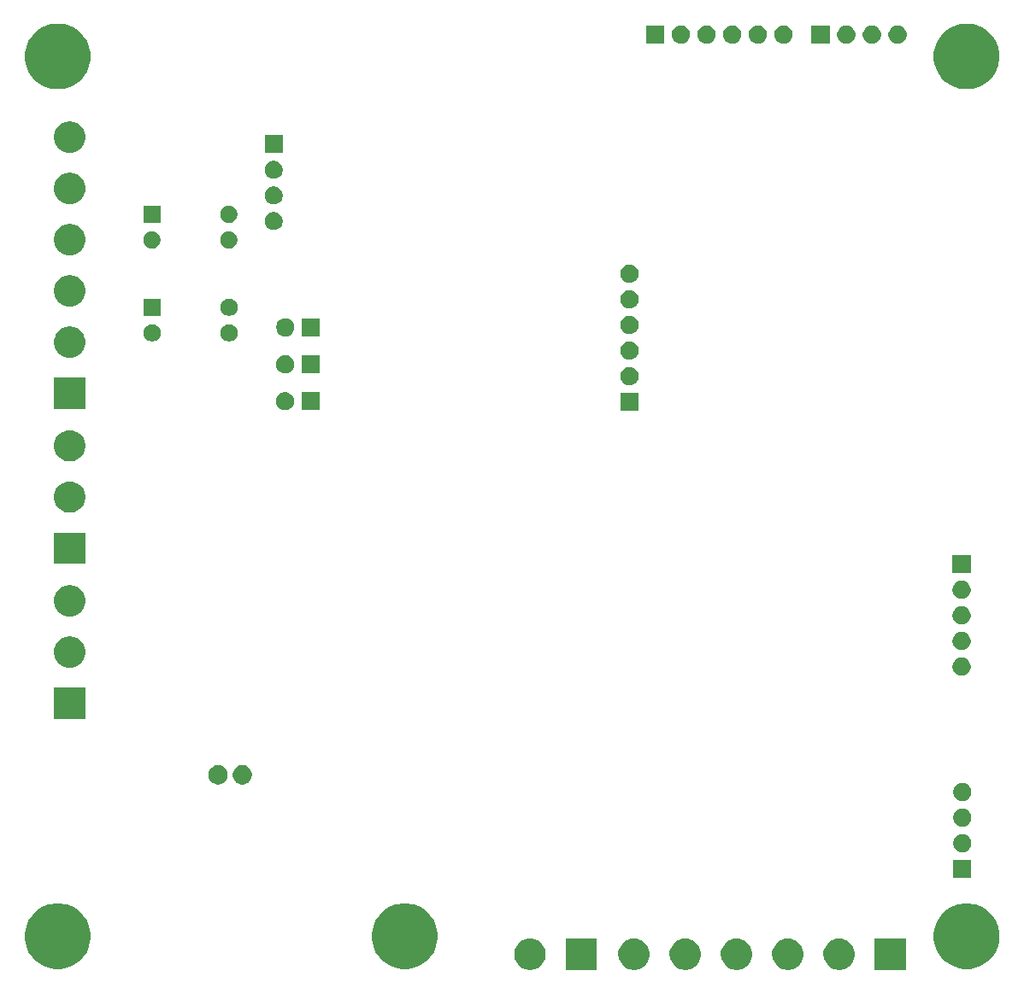
<source format=gbr>
G04 #@! TF.GenerationSoftware,KiCad,Pcbnew,(5.1.5)-3*
G04 #@! TF.CreationDate,2020-07-15T20:50:45-05:00*
G04 #@! TF.ProjectId,MaquinaCovid,4d617175-696e-4614-936f-7669642e6b69,rev?*
G04 #@! TF.SameCoordinates,Original*
G04 #@! TF.FileFunction,Soldermask,Bot*
G04 #@! TF.FilePolarity,Negative*
%FSLAX46Y46*%
G04 Gerber Fmt 4.6, Leading zero omitted, Abs format (unit mm)*
G04 Created by KiCad (PCBNEW (5.1.5)-3) date 2020-07-15 20:50:45*
%MOMM*%
%LPD*%
G04 APERTURE LIST*
%ADD10C,0.100000*%
G04 APERTURE END LIST*
D10*
G36*
X153318000Y-130508000D02*
G01*
X150216000Y-130508000D01*
X150216000Y-127406000D01*
X153318000Y-127406000D01*
X153318000Y-130508000D01*
G37*
G36*
X146989585Y-127435802D02*
G01*
X147139410Y-127465604D01*
X147421674Y-127582521D01*
X147675705Y-127752259D01*
X147891741Y-127968295D01*
X148061479Y-128222326D01*
X148178396Y-128504590D01*
X148194502Y-128585560D01*
X148237006Y-128799240D01*
X148238000Y-128804240D01*
X148238000Y-129109760D01*
X148178396Y-129409410D01*
X148061479Y-129691674D01*
X147891741Y-129945705D01*
X147675705Y-130161741D01*
X147421674Y-130331479D01*
X147139410Y-130448396D01*
X146989585Y-130478198D01*
X146839761Y-130508000D01*
X146534239Y-130508000D01*
X146384415Y-130478198D01*
X146234590Y-130448396D01*
X145952326Y-130331479D01*
X145698295Y-130161741D01*
X145482259Y-129945705D01*
X145312521Y-129691674D01*
X145195604Y-129409410D01*
X145136000Y-129109760D01*
X145136000Y-128804240D01*
X145136995Y-128799240D01*
X145179498Y-128585560D01*
X145195604Y-128504590D01*
X145312521Y-128222326D01*
X145482259Y-127968295D01*
X145698295Y-127752259D01*
X145952326Y-127582521D01*
X146234590Y-127465604D01*
X146384415Y-127435802D01*
X146534239Y-127406000D01*
X146839761Y-127406000D01*
X146989585Y-127435802D01*
G37*
G36*
X162387585Y-127430802D02*
G01*
X162537410Y-127460604D01*
X162819674Y-127577521D01*
X163073705Y-127747259D01*
X163289741Y-127963295D01*
X163459479Y-128217326D01*
X163576396Y-128499590D01*
X163577391Y-128504591D01*
X163636000Y-128799239D01*
X163636000Y-129104761D01*
X163624902Y-129160552D01*
X163576396Y-129404410D01*
X163459479Y-129686674D01*
X163289741Y-129940705D01*
X163073705Y-130156741D01*
X162819674Y-130326479D01*
X162537410Y-130443396D01*
X162387585Y-130473198D01*
X162237761Y-130503000D01*
X161932239Y-130503000D01*
X161782415Y-130473198D01*
X161632590Y-130443396D01*
X161350326Y-130326479D01*
X161096295Y-130156741D01*
X160880259Y-129940705D01*
X160710521Y-129686674D01*
X160593604Y-129404410D01*
X160545098Y-129160552D01*
X160534000Y-129104761D01*
X160534000Y-128799239D01*
X160592609Y-128504591D01*
X160593604Y-128499590D01*
X160710521Y-128217326D01*
X160880259Y-127963295D01*
X161096295Y-127747259D01*
X161350326Y-127577521D01*
X161632590Y-127460604D01*
X161782415Y-127430802D01*
X161932239Y-127401000D01*
X162237761Y-127401000D01*
X162387585Y-127430802D01*
G37*
G36*
X157307585Y-127430802D02*
G01*
X157457410Y-127460604D01*
X157739674Y-127577521D01*
X157993705Y-127747259D01*
X158209741Y-127963295D01*
X158379479Y-128217326D01*
X158496396Y-128499590D01*
X158497391Y-128504591D01*
X158556000Y-128799239D01*
X158556000Y-129104761D01*
X158544902Y-129160552D01*
X158496396Y-129404410D01*
X158379479Y-129686674D01*
X158209741Y-129940705D01*
X157993705Y-130156741D01*
X157739674Y-130326479D01*
X157457410Y-130443396D01*
X157307585Y-130473198D01*
X157157761Y-130503000D01*
X156852239Y-130503000D01*
X156702415Y-130473198D01*
X156552590Y-130443396D01*
X156270326Y-130326479D01*
X156016295Y-130156741D01*
X155800259Y-129940705D01*
X155630521Y-129686674D01*
X155513604Y-129404410D01*
X155465098Y-129160552D01*
X155454000Y-129104761D01*
X155454000Y-128799239D01*
X155512609Y-128504591D01*
X155513604Y-128499590D01*
X155630521Y-128217326D01*
X155800259Y-127963295D01*
X156016295Y-127747259D01*
X156270326Y-127577521D01*
X156552590Y-127460604D01*
X156702415Y-127430802D01*
X156852239Y-127401000D01*
X157157761Y-127401000D01*
X157307585Y-127430802D01*
G37*
G36*
X177627585Y-127430802D02*
G01*
X177777410Y-127460604D01*
X178059674Y-127577521D01*
X178313705Y-127747259D01*
X178529741Y-127963295D01*
X178699479Y-128217326D01*
X178816396Y-128499590D01*
X178817391Y-128504591D01*
X178876000Y-128799239D01*
X178876000Y-129104761D01*
X178864902Y-129160552D01*
X178816396Y-129404410D01*
X178699479Y-129686674D01*
X178529741Y-129940705D01*
X178313705Y-130156741D01*
X178059674Y-130326479D01*
X177777410Y-130443396D01*
X177627585Y-130473198D01*
X177477761Y-130503000D01*
X177172239Y-130503000D01*
X177022415Y-130473198D01*
X176872590Y-130443396D01*
X176590326Y-130326479D01*
X176336295Y-130156741D01*
X176120259Y-129940705D01*
X175950521Y-129686674D01*
X175833604Y-129404410D01*
X175785098Y-129160552D01*
X175774000Y-129104761D01*
X175774000Y-128799239D01*
X175832609Y-128504591D01*
X175833604Y-128499590D01*
X175950521Y-128217326D01*
X176120259Y-127963295D01*
X176336295Y-127747259D01*
X176590326Y-127577521D01*
X176872590Y-127460604D01*
X177022415Y-127430802D01*
X177172239Y-127401000D01*
X177477761Y-127401000D01*
X177627585Y-127430802D01*
G37*
G36*
X172547585Y-127430802D02*
G01*
X172697410Y-127460604D01*
X172979674Y-127577521D01*
X173233705Y-127747259D01*
X173449741Y-127963295D01*
X173619479Y-128217326D01*
X173736396Y-128499590D01*
X173737391Y-128504591D01*
X173796000Y-128799239D01*
X173796000Y-129104761D01*
X173784902Y-129160552D01*
X173736396Y-129404410D01*
X173619479Y-129686674D01*
X173449741Y-129940705D01*
X173233705Y-130156741D01*
X172979674Y-130326479D01*
X172697410Y-130443396D01*
X172547585Y-130473198D01*
X172397761Y-130503000D01*
X172092239Y-130503000D01*
X171942415Y-130473198D01*
X171792590Y-130443396D01*
X171510326Y-130326479D01*
X171256295Y-130156741D01*
X171040259Y-129940705D01*
X170870521Y-129686674D01*
X170753604Y-129404410D01*
X170705098Y-129160552D01*
X170694000Y-129104761D01*
X170694000Y-128799239D01*
X170752609Y-128504591D01*
X170753604Y-128499590D01*
X170870521Y-128217326D01*
X171040259Y-127963295D01*
X171256295Y-127747259D01*
X171510326Y-127577521D01*
X171792590Y-127460604D01*
X171942415Y-127430802D01*
X172092239Y-127401000D01*
X172397761Y-127401000D01*
X172547585Y-127430802D01*
G37*
G36*
X183956000Y-130503000D02*
G01*
X180854000Y-130503000D01*
X180854000Y-127401000D01*
X183956000Y-127401000D01*
X183956000Y-130503000D01*
G37*
G36*
X167467585Y-127430802D02*
G01*
X167617410Y-127460604D01*
X167899674Y-127577521D01*
X168153705Y-127747259D01*
X168369741Y-127963295D01*
X168539479Y-128217326D01*
X168656396Y-128499590D01*
X168657391Y-128504591D01*
X168716000Y-128799239D01*
X168716000Y-129104761D01*
X168704902Y-129160552D01*
X168656396Y-129404410D01*
X168539479Y-129686674D01*
X168369741Y-129940705D01*
X168153705Y-130156741D01*
X167899674Y-130326479D01*
X167617410Y-130443396D01*
X167467585Y-130473198D01*
X167317761Y-130503000D01*
X167012239Y-130503000D01*
X166862415Y-130473198D01*
X166712590Y-130443396D01*
X166430326Y-130326479D01*
X166176295Y-130156741D01*
X165960259Y-129940705D01*
X165790521Y-129686674D01*
X165673604Y-129404410D01*
X165625098Y-129160552D01*
X165614000Y-129104761D01*
X165614000Y-128799239D01*
X165672609Y-128504591D01*
X165673604Y-128499590D01*
X165790521Y-128217326D01*
X165960259Y-127963295D01*
X166176295Y-127747259D01*
X166430326Y-127577521D01*
X166712590Y-127460604D01*
X166862415Y-127430802D01*
X167012239Y-127401000D01*
X167317761Y-127401000D01*
X167467585Y-127430802D01*
G37*
G36*
X100550239Y-123987467D02*
G01*
X100864282Y-124049934D01*
X101455926Y-124295001D01*
X101988392Y-124650784D01*
X102441216Y-125103608D01*
X102796999Y-125636074D01*
X103042066Y-126227718D01*
X103042066Y-126227719D01*
X103167000Y-126855803D01*
X103167000Y-127496197D01*
X103117060Y-127747260D01*
X103042066Y-128124282D01*
X102796999Y-128715926D01*
X102441216Y-129248392D01*
X101988392Y-129701216D01*
X101455926Y-130056999D01*
X100864282Y-130302066D01*
X100550239Y-130364533D01*
X100236197Y-130427000D01*
X99595803Y-130427000D01*
X99281761Y-130364533D01*
X98967718Y-130302066D01*
X98376074Y-130056999D01*
X97843608Y-129701216D01*
X97390784Y-129248392D01*
X97035001Y-128715926D01*
X96789934Y-128124282D01*
X96714940Y-127747260D01*
X96665000Y-127496197D01*
X96665000Y-126855803D01*
X96789934Y-126227719D01*
X96789934Y-126227718D01*
X97035001Y-125636074D01*
X97390784Y-125103608D01*
X97843608Y-124650784D01*
X98376074Y-124295001D01*
X98967718Y-124049934D01*
X99281761Y-123987467D01*
X99595803Y-123925000D01*
X100236197Y-123925000D01*
X100550239Y-123987467D01*
G37*
G36*
X190574239Y-123987467D02*
G01*
X190888282Y-124049934D01*
X191479926Y-124295001D01*
X192012392Y-124650784D01*
X192465216Y-125103608D01*
X192820999Y-125636074D01*
X193066066Y-126227718D01*
X193066066Y-126227719D01*
X193191000Y-126855803D01*
X193191000Y-127496197D01*
X193141060Y-127747260D01*
X193066066Y-128124282D01*
X192820999Y-128715926D01*
X192465216Y-129248392D01*
X192012392Y-129701216D01*
X191479926Y-130056999D01*
X190888282Y-130302066D01*
X190574239Y-130364533D01*
X190260197Y-130427000D01*
X189619803Y-130427000D01*
X189305761Y-130364533D01*
X188991718Y-130302066D01*
X188400074Y-130056999D01*
X187867608Y-129701216D01*
X187414784Y-129248392D01*
X187059001Y-128715926D01*
X186813934Y-128124282D01*
X186738940Y-127747260D01*
X186689000Y-127496197D01*
X186689000Y-126855803D01*
X186813934Y-126227719D01*
X186813934Y-126227718D01*
X187059001Y-125636074D01*
X187414784Y-125103608D01*
X187867608Y-124650784D01*
X188400074Y-124295001D01*
X188991718Y-124049934D01*
X189305761Y-123987467D01*
X189619803Y-123925000D01*
X190260197Y-123925000D01*
X190574239Y-123987467D01*
G37*
G36*
X134924239Y-123987467D02*
G01*
X135238282Y-124049934D01*
X135829926Y-124295001D01*
X136362392Y-124650784D01*
X136815216Y-125103608D01*
X137170999Y-125636074D01*
X137416066Y-126227718D01*
X137416066Y-126227719D01*
X137541000Y-126855803D01*
X137541000Y-127496197D01*
X137491060Y-127747260D01*
X137416066Y-128124282D01*
X137170999Y-128715926D01*
X136815216Y-129248392D01*
X136362392Y-129701216D01*
X135829926Y-130056999D01*
X135238282Y-130302066D01*
X134924239Y-130364533D01*
X134610197Y-130427000D01*
X133969803Y-130427000D01*
X133655761Y-130364533D01*
X133341718Y-130302066D01*
X132750074Y-130056999D01*
X132217608Y-129701216D01*
X131764784Y-129248392D01*
X131409001Y-128715926D01*
X131163934Y-128124282D01*
X131088940Y-127747260D01*
X131039000Y-127496197D01*
X131039000Y-126855803D01*
X131163934Y-126227719D01*
X131163934Y-126227718D01*
X131409001Y-125636074D01*
X131764784Y-125103608D01*
X132217608Y-124650784D01*
X132750074Y-124295001D01*
X133341718Y-124049934D01*
X133655761Y-123987467D01*
X133969803Y-123925000D01*
X134610197Y-123925000D01*
X134924239Y-123987467D01*
G37*
G36*
X190419000Y-121400000D02*
G01*
X188617000Y-121400000D01*
X188617000Y-119598000D01*
X190419000Y-119598000D01*
X190419000Y-121400000D01*
G37*
G36*
X189631512Y-117062927D02*
G01*
X189780812Y-117092624D01*
X189944784Y-117160544D01*
X190092354Y-117259147D01*
X190217853Y-117384646D01*
X190316456Y-117532216D01*
X190384376Y-117696188D01*
X190419000Y-117870259D01*
X190419000Y-118047741D01*
X190384376Y-118221812D01*
X190316456Y-118385784D01*
X190217853Y-118533354D01*
X190092354Y-118658853D01*
X189944784Y-118757456D01*
X189780812Y-118825376D01*
X189631512Y-118855073D01*
X189606742Y-118860000D01*
X189429258Y-118860000D01*
X189404488Y-118855073D01*
X189255188Y-118825376D01*
X189091216Y-118757456D01*
X188943646Y-118658853D01*
X188818147Y-118533354D01*
X188719544Y-118385784D01*
X188651624Y-118221812D01*
X188617000Y-118047741D01*
X188617000Y-117870259D01*
X188651624Y-117696188D01*
X188719544Y-117532216D01*
X188818147Y-117384646D01*
X188943646Y-117259147D01*
X189091216Y-117160544D01*
X189255188Y-117092624D01*
X189404488Y-117062927D01*
X189429258Y-117058000D01*
X189606742Y-117058000D01*
X189631512Y-117062927D01*
G37*
G36*
X189631512Y-114522927D02*
G01*
X189780812Y-114552624D01*
X189944784Y-114620544D01*
X190092354Y-114719147D01*
X190217853Y-114844646D01*
X190316456Y-114992216D01*
X190384376Y-115156188D01*
X190419000Y-115330259D01*
X190419000Y-115507741D01*
X190384376Y-115681812D01*
X190316456Y-115845784D01*
X190217853Y-115993354D01*
X190092354Y-116118853D01*
X189944784Y-116217456D01*
X189780812Y-116285376D01*
X189631512Y-116315073D01*
X189606742Y-116320000D01*
X189429258Y-116320000D01*
X189404488Y-116315073D01*
X189255188Y-116285376D01*
X189091216Y-116217456D01*
X188943646Y-116118853D01*
X188818147Y-115993354D01*
X188719544Y-115845784D01*
X188651624Y-115681812D01*
X188617000Y-115507741D01*
X188617000Y-115330259D01*
X188651624Y-115156188D01*
X188719544Y-114992216D01*
X188818147Y-114844646D01*
X188943646Y-114719147D01*
X189091216Y-114620544D01*
X189255188Y-114552624D01*
X189404488Y-114522927D01*
X189429258Y-114518000D01*
X189606742Y-114518000D01*
X189631512Y-114522927D01*
G37*
G36*
X189631512Y-111982927D02*
G01*
X189780812Y-112012624D01*
X189944784Y-112080544D01*
X190092354Y-112179147D01*
X190217853Y-112304646D01*
X190316456Y-112452216D01*
X190384376Y-112616188D01*
X190419000Y-112790259D01*
X190419000Y-112967741D01*
X190384376Y-113141812D01*
X190316456Y-113305784D01*
X190217853Y-113453354D01*
X190092354Y-113578853D01*
X189944784Y-113677456D01*
X189780812Y-113745376D01*
X189631512Y-113775073D01*
X189606742Y-113780000D01*
X189429258Y-113780000D01*
X189404488Y-113775073D01*
X189255188Y-113745376D01*
X189091216Y-113677456D01*
X188943646Y-113578853D01*
X188818147Y-113453354D01*
X188719544Y-113305784D01*
X188651624Y-113141812D01*
X188617000Y-112967741D01*
X188617000Y-112790259D01*
X188651624Y-112616188D01*
X188719544Y-112452216D01*
X188818147Y-112304646D01*
X188943646Y-112179147D01*
X189091216Y-112080544D01*
X189255188Y-112012624D01*
X189404488Y-111982927D01*
X189429258Y-111978000D01*
X189606742Y-111978000D01*
X189631512Y-111982927D01*
G37*
G36*
X116082395Y-110257546D02*
G01*
X116255466Y-110329234D01*
X116255467Y-110329235D01*
X116411227Y-110433310D01*
X116543690Y-110565773D01*
X116543691Y-110565775D01*
X116647766Y-110721534D01*
X116719454Y-110894605D01*
X116756000Y-111078333D01*
X116756000Y-111265667D01*
X116719454Y-111449395D01*
X116647766Y-111622466D01*
X116647765Y-111622467D01*
X116543690Y-111778227D01*
X116411227Y-111910690D01*
X116332818Y-111963081D01*
X116255466Y-112014766D01*
X116082395Y-112086454D01*
X115898667Y-112123000D01*
X115711333Y-112123000D01*
X115527605Y-112086454D01*
X115354534Y-112014766D01*
X115277182Y-111963081D01*
X115198773Y-111910690D01*
X115066310Y-111778227D01*
X114962235Y-111622467D01*
X114962234Y-111622466D01*
X114890546Y-111449395D01*
X114854000Y-111265667D01*
X114854000Y-111078333D01*
X114890546Y-110894605D01*
X114962234Y-110721534D01*
X115066309Y-110565775D01*
X115066310Y-110565773D01*
X115198773Y-110433310D01*
X115354533Y-110329235D01*
X115354534Y-110329234D01*
X115527605Y-110257546D01*
X115711333Y-110221000D01*
X115898667Y-110221000D01*
X116082395Y-110257546D01*
G37*
G36*
X118482395Y-110257546D02*
G01*
X118655466Y-110329234D01*
X118655467Y-110329235D01*
X118811227Y-110433310D01*
X118943690Y-110565773D01*
X118943691Y-110565775D01*
X119047766Y-110721534D01*
X119119454Y-110894605D01*
X119156000Y-111078333D01*
X119156000Y-111265667D01*
X119119454Y-111449395D01*
X119047766Y-111622466D01*
X119047765Y-111622467D01*
X118943690Y-111778227D01*
X118811227Y-111910690D01*
X118732818Y-111963081D01*
X118655466Y-112014766D01*
X118482395Y-112086454D01*
X118298667Y-112123000D01*
X118111333Y-112123000D01*
X117927605Y-112086454D01*
X117754534Y-112014766D01*
X117677182Y-111963081D01*
X117598773Y-111910690D01*
X117466310Y-111778227D01*
X117362235Y-111622467D01*
X117362234Y-111622466D01*
X117290546Y-111449395D01*
X117254000Y-111265667D01*
X117254000Y-111078333D01*
X117290546Y-110894605D01*
X117362234Y-110721534D01*
X117466309Y-110565775D01*
X117466310Y-110565773D01*
X117598773Y-110433310D01*
X117754533Y-110329235D01*
X117754534Y-110329234D01*
X117927605Y-110257546D01*
X118111333Y-110221000D01*
X118298667Y-110221000D01*
X118482395Y-110257546D01*
G37*
G36*
X102638000Y-105635000D02*
G01*
X99536000Y-105635000D01*
X99536000Y-102533000D01*
X102638000Y-102533000D01*
X102638000Y-105635000D01*
G37*
G36*
X189555512Y-99555927D02*
G01*
X189704812Y-99585624D01*
X189868784Y-99653544D01*
X190016354Y-99752147D01*
X190141853Y-99877646D01*
X190240456Y-100025216D01*
X190308376Y-100189188D01*
X190343000Y-100363259D01*
X190343000Y-100540741D01*
X190308376Y-100714812D01*
X190240456Y-100878784D01*
X190141853Y-101026354D01*
X190016354Y-101151853D01*
X189868784Y-101250456D01*
X189704812Y-101318376D01*
X189555512Y-101348073D01*
X189530742Y-101353000D01*
X189353258Y-101353000D01*
X189328488Y-101348073D01*
X189179188Y-101318376D01*
X189015216Y-101250456D01*
X188867646Y-101151853D01*
X188742147Y-101026354D01*
X188643544Y-100878784D01*
X188575624Y-100714812D01*
X188541000Y-100540741D01*
X188541000Y-100363259D01*
X188575624Y-100189188D01*
X188643544Y-100025216D01*
X188742147Y-99877646D01*
X188867646Y-99752147D01*
X189015216Y-99653544D01*
X189179188Y-99585624D01*
X189328488Y-99555927D01*
X189353258Y-99551000D01*
X189530742Y-99551000D01*
X189555512Y-99555927D01*
G37*
G36*
X101389585Y-97482802D02*
G01*
X101539410Y-97512604D01*
X101821674Y-97629521D01*
X102075705Y-97799259D01*
X102291741Y-98015295D01*
X102461479Y-98269326D01*
X102490248Y-98338782D01*
X102578396Y-98551591D01*
X102623507Y-98778376D01*
X102638000Y-98851240D01*
X102638000Y-99156760D01*
X102578396Y-99456410D01*
X102461479Y-99738674D01*
X102291741Y-99992705D01*
X102075705Y-100208741D01*
X101821674Y-100378479D01*
X101539410Y-100495396D01*
X101389585Y-100525198D01*
X101239761Y-100555000D01*
X100934239Y-100555000D01*
X100784415Y-100525198D01*
X100634590Y-100495396D01*
X100352326Y-100378479D01*
X100098295Y-100208741D01*
X99882259Y-99992705D01*
X99712521Y-99738674D01*
X99595604Y-99456410D01*
X99536000Y-99156760D01*
X99536000Y-98851240D01*
X99550494Y-98778376D01*
X99595604Y-98551591D01*
X99683752Y-98338782D01*
X99712521Y-98269326D01*
X99882259Y-98015295D01*
X100098295Y-97799259D01*
X100352326Y-97629521D01*
X100634590Y-97512604D01*
X100784415Y-97482802D01*
X100934239Y-97453000D01*
X101239761Y-97453000D01*
X101389585Y-97482802D01*
G37*
G36*
X189555512Y-97015927D02*
G01*
X189704812Y-97045624D01*
X189868784Y-97113544D01*
X190016354Y-97212147D01*
X190141853Y-97337646D01*
X190240456Y-97485216D01*
X190308376Y-97649188D01*
X190343000Y-97823259D01*
X190343000Y-98000741D01*
X190308376Y-98174812D01*
X190240456Y-98338784D01*
X190141853Y-98486354D01*
X190016354Y-98611853D01*
X189868784Y-98710456D01*
X189704812Y-98778376D01*
X189555512Y-98808073D01*
X189530742Y-98813000D01*
X189353258Y-98813000D01*
X189328488Y-98808073D01*
X189179188Y-98778376D01*
X189015216Y-98710456D01*
X188867646Y-98611853D01*
X188742147Y-98486354D01*
X188643544Y-98338784D01*
X188575624Y-98174812D01*
X188541000Y-98000741D01*
X188541000Y-97823259D01*
X188575624Y-97649188D01*
X188643544Y-97485216D01*
X188742147Y-97337646D01*
X188867646Y-97212147D01*
X189015216Y-97113544D01*
X189179188Y-97045624D01*
X189328488Y-97015927D01*
X189353258Y-97011000D01*
X189530742Y-97011000D01*
X189555512Y-97015927D01*
G37*
G36*
X189555512Y-94475927D02*
G01*
X189704812Y-94505624D01*
X189868784Y-94573544D01*
X190016354Y-94672147D01*
X190141853Y-94797646D01*
X190240456Y-94945216D01*
X190308376Y-95109188D01*
X190343000Y-95283259D01*
X190343000Y-95460741D01*
X190308376Y-95634812D01*
X190240456Y-95798784D01*
X190141853Y-95946354D01*
X190016354Y-96071853D01*
X189868784Y-96170456D01*
X189704812Y-96238376D01*
X189555512Y-96268073D01*
X189530742Y-96273000D01*
X189353258Y-96273000D01*
X189328488Y-96268073D01*
X189179188Y-96238376D01*
X189015216Y-96170456D01*
X188867646Y-96071853D01*
X188742147Y-95946354D01*
X188643544Y-95798784D01*
X188575624Y-95634812D01*
X188541000Y-95460741D01*
X188541000Y-95283259D01*
X188575624Y-95109188D01*
X188643544Y-94945216D01*
X188742147Y-94797646D01*
X188867646Y-94672147D01*
X189015216Y-94573544D01*
X189179188Y-94505624D01*
X189328488Y-94475927D01*
X189353258Y-94471000D01*
X189530742Y-94471000D01*
X189555512Y-94475927D01*
G37*
G36*
X101389585Y-92402802D02*
G01*
X101539410Y-92432604D01*
X101821674Y-92549521D01*
X102075705Y-92719259D01*
X102291741Y-92935295D01*
X102461479Y-93189326D01*
X102490248Y-93258782D01*
X102578396Y-93471591D01*
X102623507Y-93698376D01*
X102638000Y-93771240D01*
X102638000Y-94076760D01*
X102578396Y-94376410D01*
X102461479Y-94658674D01*
X102291741Y-94912705D01*
X102075705Y-95128741D01*
X101821674Y-95298479D01*
X101539410Y-95415396D01*
X101389585Y-95445198D01*
X101239761Y-95475000D01*
X100934239Y-95475000D01*
X100784415Y-95445198D01*
X100634590Y-95415396D01*
X100352326Y-95298479D01*
X100098295Y-95128741D01*
X99882259Y-94912705D01*
X99712521Y-94658674D01*
X99595604Y-94376410D01*
X99536000Y-94076760D01*
X99536000Y-93771240D01*
X99550494Y-93698376D01*
X99595604Y-93471591D01*
X99683752Y-93258782D01*
X99712521Y-93189326D01*
X99882259Y-92935295D01*
X100098295Y-92719259D01*
X100352326Y-92549521D01*
X100634590Y-92432604D01*
X100784415Y-92402802D01*
X100934239Y-92373000D01*
X101239761Y-92373000D01*
X101389585Y-92402802D01*
G37*
G36*
X189555512Y-91935927D02*
G01*
X189704812Y-91965624D01*
X189868784Y-92033544D01*
X190016354Y-92132147D01*
X190141853Y-92257646D01*
X190240456Y-92405216D01*
X190308376Y-92569188D01*
X190343000Y-92743259D01*
X190343000Y-92920741D01*
X190308376Y-93094812D01*
X190240456Y-93258784D01*
X190141853Y-93406354D01*
X190016354Y-93531853D01*
X189868784Y-93630456D01*
X189704812Y-93698376D01*
X189555512Y-93728073D01*
X189530742Y-93733000D01*
X189353258Y-93733000D01*
X189328488Y-93728073D01*
X189179188Y-93698376D01*
X189015216Y-93630456D01*
X188867646Y-93531853D01*
X188742147Y-93406354D01*
X188643544Y-93258784D01*
X188575624Y-93094812D01*
X188541000Y-92920741D01*
X188541000Y-92743259D01*
X188575624Y-92569188D01*
X188643544Y-92405216D01*
X188742147Y-92257646D01*
X188867646Y-92132147D01*
X189015216Y-92033544D01*
X189179188Y-91965624D01*
X189328488Y-91935927D01*
X189353258Y-91931000D01*
X189530742Y-91931000D01*
X189555512Y-91935927D01*
G37*
G36*
X190343000Y-91193000D02*
G01*
X188541000Y-91193000D01*
X188541000Y-89391000D01*
X190343000Y-89391000D01*
X190343000Y-91193000D01*
G37*
G36*
X102638000Y-90274000D02*
G01*
X99536000Y-90274000D01*
X99536000Y-87172000D01*
X102638000Y-87172000D01*
X102638000Y-90274000D01*
G37*
G36*
X101389585Y-82121802D02*
G01*
X101539410Y-82151604D01*
X101821674Y-82268521D01*
X102075705Y-82438259D01*
X102291741Y-82654295D01*
X102461479Y-82908326D01*
X102578396Y-83190590D01*
X102638000Y-83490240D01*
X102638000Y-83795760D01*
X102578396Y-84095410D01*
X102461479Y-84377674D01*
X102291741Y-84631705D01*
X102075705Y-84847741D01*
X101821674Y-85017479D01*
X101539410Y-85134396D01*
X101389585Y-85164198D01*
X101239761Y-85194000D01*
X100934239Y-85194000D01*
X100784415Y-85164198D01*
X100634590Y-85134396D01*
X100352326Y-85017479D01*
X100098295Y-84847741D01*
X99882259Y-84631705D01*
X99712521Y-84377674D01*
X99595604Y-84095410D01*
X99536000Y-83795760D01*
X99536000Y-83490240D01*
X99595604Y-83190590D01*
X99712521Y-82908326D01*
X99882259Y-82654295D01*
X100098295Y-82438259D01*
X100352326Y-82268521D01*
X100634590Y-82151604D01*
X100784415Y-82121802D01*
X100934239Y-82092000D01*
X101239761Y-82092000D01*
X101389585Y-82121802D01*
G37*
G36*
X101389585Y-77041802D02*
G01*
X101539410Y-77071604D01*
X101821674Y-77188521D01*
X102075705Y-77358259D01*
X102291741Y-77574295D01*
X102461479Y-77828326D01*
X102578396Y-78110590D01*
X102638000Y-78410240D01*
X102638000Y-78715760D01*
X102578396Y-79015410D01*
X102461479Y-79297674D01*
X102291741Y-79551705D01*
X102075705Y-79767741D01*
X101821674Y-79937479D01*
X101539410Y-80054396D01*
X101389585Y-80084198D01*
X101239761Y-80114000D01*
X100934239Y-80114000D01*
X100784415Y-80084198D01*
X100634590Y-80054396D01*
X100352326Y-79937479D01*
X100098295Y-79767741D01*
X99882259Y-79551705D01*
X99712521Y-79297674D01*
X99595604Y-79015410D01*
X99536000Y-78715760D01*
X99536000Y-78410240D01*
X99595604Y-78110590D01*
X99712521Y-77828326D01*
X99882259Y-77574295D01*
X100098295Y-77358259D01*
X100352326Y-77188521D01*
X100634590Y-77071604D01*
X100784415Y-77041802D01*
X100934239Y-77012000D01*
X101239761Y-77012000D01*
X101389585Y-77041802D01*
G37*
G36*
X157445000Y-75085000D02*
G01*
X155643000Y-75085000D01*
X155643000Y-73283000D01*
X157445000Y-73283000D01*
X157445000Y-75085000D01*
G37*
G36*
X125868000Y-75032000D02*
G01*
X124066000Y-75032000D01*
X124066000Y-73230000D01*
X125868000Y-73230000D01*
X125868000Y-75032000D01*
G37*
G36*
X122540512Y-73234927D02*
G01*
X122689812Y-73264624D01*
X122853784Y-73332544D01*
X123001354Y-73431147D01*
X123126853Y-73556646D01*
X123225456Y-73704216D01*
X123293376Y-73868188D01*
X123328000Y-74042259D01*
X123328000Y-74219741D01*
X123293376Y-74393812D01*
X123225456Y-74557784D01*
X123126853Y-74705354D01*
X123001354Y-74830853D01*
X122853784Y-74929456D01*
X122689812Y-74997376D01*
X122540512Y-75027073D01*
X122515742Y-75032000D01*
X122338258Y-75032000D01*
X122313488Y-75027073D01*
X122164188Y-74997376D01*
X122000216Y-74929456D01*
X121852646Y-74830853D01*
X121727147Y-74705354D01*
X121628544Y-74557784D01*
X121560624Y-74393812D01*
X121526000Y-74219741D01*
X121526000Y-74042259D01*
X121560624Y-73868188D01*
X121628544Y-73704216D01*
X121727147Y-73556646D01*
X121852646Y-73431147D01*
X122000216Y-73332544D01*
X122164188Y-73264624D01*
X122313488Y-73234927D01*
X122338258Y-73230000D01*
X122515742Y-73230000D01*
X122540512Y-73234927D01*
G37*
G36*
X102651000Y-74901000D02*
G01*
X99549000Y-74901000D01*
X99549000Y-71799000D01*
X102651000Y-71799000D01*
X102651000Y-74901000D01*
G37*
G36*
X156657512Y-70747927D02*
G01*
X156806812Y-70777624D01*
X156970784Y-70845544D01*
X157118354Y-70944147D01*
X157243853Y-71069646D01*
X157342456Y-71217216D01*
X157410376Y-71381188D01*
X157445000Y-71555259D01*
X157445000Y-71732741D01*
X157410376Y-71906812D01*
X157342456Y-72070784D01*
X157243853Y-72218354D01*
X157118354Y-72343853D01*
X156970784Y-72442456D01*
X156806812Y-72510376D01*
X156657512Y-72540073D01*
X156632742Y-72545000D01*
X156455258Y-72545000D01*
X156430488Y-72540073D01*
X156281188Y-72510376D01*
X156117216Y-72442456D01*
X155969646Y-72343853D01*
X155844147Y-72218354D01*
X155745544Y-72070784D01*
X155677624Y-71906812D01*
X155643000Y-71732741D01*
X155643000Y-71555259D01*
X155677624Y-71381188D01*
X155745544Y-71217216D01*
X155844147Y-71069646D01*
X155969646Y-70944147D01*
X156117216Y-70845544D01*
X156281188Y-70777624D01*
X156430488Y-70747927D01*
X156455258Y-70743000D01*
X156632742Y-70743000D01*
X156657512Y-70747927D01*
G37*
G36*
X125887000Y-71376000D02*
G01*
X124085000Y-71376000D01*
X124085000Y-69574000D01*
X125887000Y-69574000D01*
X125887000Y-71376000D01*
G37*
G36*
X122559512Y-69578927D02*
G01*
X122708812Y-69608624D01*
X122872784Y-69676544D01*
X123020354Y-69775147D01*
X123145853Y-69900646D01*
X123244456Y-70048216D01*
X123312376Y-70212188D01*
X123347000Y-70386259D01*
X123347000Y-70563741D01*
X123312376Y-70737812D01*
X123244456Y-70901784D01*
X123145853Y-71049354D01*
X123020354Y-71174853D01*
X122872784Y-71273456D01*
X122708812Y-71341376D01*
X122559512Y-71371073D01*
X122534742Y-71376000D01*
X122357258Y-71376000D01*
X122332488Y-71371073D01*
X122183188Y-71341376D01*
X122019216Y-71273456D01*
X121871646Y-71174853D01*
X121746147Y-71049354D01*
X121647544Y-70901784D01*
X121579624Y-70737812D01*
X121545000Y-70563741D01*
X121545000Y-70386259D01*
X121579624Y-70212188D01*
X121647544Y-70048216D01*
X121746147Y-69900646D01*
X121871646Y-69775147D01*
X122019216Y-69676544D01*
X122183188Y-69608624D01*
X122332488Y-69578927D01*
X122357258Y-69574000D01*
X122534742Y-69574000D01*
X122559512Y-69578927D01*
G37*
G36*
X156657512Y-68207927D02*
G01*
X156806812Y-68237624D01*
X156970784Y-68305544D01*
X157118354Y-68404147D01*
X157243853Y-68529646D01*
X157342456Y-68677216D01*
X157410376Y-68841188D01*
X157445000Y-69015259D01*
X157445000Y-69192741D01*
X157410376Y-69366812D01*
X157342456Y-69530784D01*
X157243853Y-69678354D01*
X157118354Y-69803853D01*
X156970784Y-69902456D01*
X156806812Y-69970376D01*
X156657512Y-70000073D01*
X156632742Y-70005000D01*
X156455258Y-70005000D01*
X156430488Y-70000073D01*
X156281188Y-69970376D01*
X156117216Y-69902456D01*
X155969646Y-69803853D01*
X155844147Y-69678354D01*
X155745544Y-69530784D01*
X155677624Y-69366812D01*
X155643000Y-69192741D01*
X155643000Y-69015259D01*
X155677624Y-68841188D01*
X155745544Y-68677216D01*
X155844147Y-68529646D01*
X155969646Y-68404147D01*
X156117216Y-68305544D01*
X156281188Y-68237624D01*
X156430488Y-68207927D01*
X156455258Y-68203000D01*
X156632742Y-68203000D01*
X156657512Y-68207927D01*
G37*
G36*
X101402585Y-66748802D02*
G01*
X101552410Y-66778604D01*
X101834674Y-66895521D01*
X102088705Y-67065259D01*
X102304741Y-67281295D01*
X102474479Y-67535326D01*
X102530832Y-67671376D01*
X102591396Y-67817591D01*
X102649192Y-68108148D01*
X102651000Y-68117240D01*
X102651000Y-68422760D01*
X102591396Y-68722410D01*
X102474479Y-69004674D01*
X102304741Y-69258705D01*
X102088705Y-69474741D01*
X101834674Y-69644479D01*
X101552410Y-69761396D01*
X101402585Y-69791198D01*
X101252761Y-69821000D01*
X100947239Y-69821000D01*
X100797415Y-69791198D01*
X100647590Y-69761396D01*
X100365326Y-69644479D01*
X100111295Y-69474741D01*
X99895259Y-69258705D01*
X99725521Y-69004674D01*
X99608604Y-68722410D01*
X99549000Y-68422760D01*
X99549000Y-68117240D01*
X99550809Y-68108148D01*
X99608604Y-67817591D01*
X99669168Y-67671376D01*
X99725521Y-67535326D01*
X99895259Y-67281295D01*
X100111295Y-67065259D01*
X100365326Y-66895521D01*
X100647590Y-66778604D01*
X100797415Y-66748802D01*
X100947239Y-66719000D01*
X101252761Y-66719000D01*
X101402585Y-66748802D01*
G37*
G36*
X109525228Y-66535703D02*
G01*
X109680100Y-66599853D01*
X109819481Y-66692985D01*
X109938015Y-66811519D01*
X110031147Y-66950900D01*
X110095297Y-67105772D01*
X110128000Y-67270184D01*
X110128000Y-67437816D01*
X110095297Y-67602228D01*
X110031147Y-67757100D01*
X109938015Y-67896481D01*
X109819481Y-68015015D01*
X109680100Y-68108147D01*
X109525228Y-68172297D01*
X109360816Y-68205000D01*
X109193184Y-68205000D01*
X109028772Y-68172297D01*
X108873900Y-68108147D01*
X108734519Y-68015015D01*
X108615985Y-67896481D01*
X108522853Y-67757100D01*
X108458703Y-67602228D01*
X108426000Y-67437816D01*
X108426000Y-67270184D01*
X108458703Y-67105772D01*
X108522853Y-66950900D01*
X108615985Y-66811519D01*
X108734519Y-66692985D01*
X108873900Y-66599853D01*
X109028772Y-66535703D01*
X109193184Y-66503000D01*
X109360816Y-66503000D01*
X109525228Y-66535703D01*
G37*
G36*
X117145228Y-66535703D02*
G01*
X117300100Y-66599853D01*
X117439481Y-66692985D01*
X117558015Y-66811519D01*
X117651147Y-66950900D01*
X117715297Y-67105772D01*
X117748000Y-67270184D01*
X117748000Y-67437816D01*
X117715297Y-67602228D01*
X117651147Y-67757100D01*
X117558015Y-67896481D01*
X117439481Y-68015015D01*
X117300100Y-68108147D01*
X117145228Y-68172297D01*
X116980816Y-68205000D01*
X116813184Y-68205000D01*
X116648772Y-68172297D01*
X116493900Y-68108147D01*
X116354519Y-68015015D01*
X116235985Y-67896481D01*
X116142853Y-67757100D01*
X116078703Y-67602228D01*
X116046000Y-67437816D01*
X116046000Y-67270184D01*
X116078703Y-67105772D01*
X116142853Y-66950900D01*
X116235985Y-66811519D01*
X116354519Y-66692985D01*
X116493900Y-66599853D01*
X116648772Y-66535703D01*
X116813184Y-66503000D01*
X116980816Y-66503000D01*
X117145228Y-66535703D01*
G37*
G36*
X125898000Y-67706000D02*
G01*
X124096000Y-67706000D01*
X124096000Y-65904000D01*
X125898000Y-65904000D01*
X125898000Y-67706000D01*
G37*
G36*
X122570512Y-65908927D02*
G01*
X122719812Y-65938624D01*
X122883784Y-66006544D01*
X123031354Y-66105147D01*
X123156853Y-66230646D01*
X123255456Y-66378216D01*
X123323376Y-66542188D01*
X123358000Y-66716259D01*
X123358000Y-66893741D01*
X123323376Y-67067812D01*
X123255456Y-67231784D01*
X123156853Y-67379354D01*
X123031354Y-67504853D01*
X122883784Y-67603456D01*
X122719812Y-67671376D01*
X122570512Y-67701073D01*
X122545742Y-67706000D01*
X122368258Y-67706000D01*
X122343488Y-67701073D01*
X122194188Y-67671376D01*
X122030216Y-67603456D01*
X121882646Y-67504853D01*
X121757147Y-67379354D01*
X121658544Y-67231784D01*
X121590624Y-67067812D01*
X121556000Y-66893741D01*
X121556000Y-66716259D01*
X121590624Y-66542188D01*
X121658544Y-66378216D01*
X121757147Y-66230646D01*
X121882646Y-66105147D01*
X122030216Y-66006544D01*
X122194188Y-65938624D01*
X122343488Y-65908927D01*
X122368258Y-65904000D01*
X122545742Y-65904000D01*
X122570512Y-65908927D01*
G37*
G36*
X156657512Y-65667927D02*
G01*
X156806812Y-65697624D01*
X156970784Y-65765544D01*
X157118354Y-65864147D01*
X157243853Y-65989646D01*
X157342456Y-66137216D01*
X157410376Y-66301188D01*
X157445000Y-66475259D01*
X157445000Y-66652741D01*
X157410376Y-66826812D01*
X157342456Y-66990784D01*
X157243853Y-67138354D01*
X157118354Y-67263853D01*
X156970784Y-67362456D01*
X156806812Y-67430376D01*
X156657512Y-67460073D01*
X156632742Y-67465000D01*
X156455258Y-67465000D01*
X156430488Y-67460073D01*
X156281188Y-67430376D01*
X156117216Y-67362456D01*
X155969646Y-67263853D01*
X155844147Y-67138354D01*
X155745544Y-66990784D01*
X155677624Y-66826812D01*
X155643000Y-66652741D01*
X155643000Y-66475259D01*
X155677624Y-66301188D01*
X155745544Y-66137216D01*
X155844147Y-65989646D01*
X155969646Y-65864147D01*
X156117216Y-65765544D01*
X156281188Y-65697624D01*
X156430488Y-65667927D01*
X156455258Y-65663000D01*
X156632742Y-65663000D01*
X156657512Y-65667927D01*
G37*
G36*
X110128000Y-65665000D02*
G01*
X108426000Y-65665000D01*
X108426000Y-63963000D01*
X110128000Y-63963000D01*
X110128000Y-65665000D01*
G37*
G36*
X117145228Y-63995703D02*
G01*
X117300100Y-64059853D01*
X117439481Y-64152985D01*
X117558015Y-64271519D01*
X117651147Y-64410900D01*
X117715297Y-64565772D01*
X117748000Y-64730184D01*
X117748000Y-64897816D01*
X117715297Y-65062228D01*
X117651147Y-65217100D01*
X117558015Y-65356481D01*
X117439481Y-65475015D01*
X117300100Y-65568147D01*
X117145228Y-65632297D01*
X116980816Y-65665000D01*
X116813184Y-65665000D01*
X116648772Y-65632297D01*
X116493900Y-65568147D01*
X116354519Y-65475015D01*
X116235985Y-65356481D01*
X116142853Y-65217100D01*
X116078703Y-65062228D01*
X116046000Y-64897816D01*
X116046000Y-64730184D01*
X116078703Y-64565772D01*
X116142853Y-64410900D01*
X116235985Y-64271519D01*
X116354519Y-64152985D01*
X116493900Y-64059853D01*
X116648772Y-63995703D01*
X116813184Y-63963000D01*
X116980816Y-63963000D01*
X117145228Y-63995703D01*
G37*
G36*
X156657512Y-63127927D02*
G01*
X156806812Y-63157624D01*
X156970784Y-63225544D01*
X157118354Y-63324147D01*
X157243853Y-63449646D01*
X157342456Y-63597216D01*
X157410376Y-63761188D01*
X157445000Y-63935259D01*
X157445000Y-64112741D01*
X157410376Y-64286812D01*
X157342456Y-64450784D01*
X157243853Y-64598354D01*
X157118354Y-64723853D01*
X156970784Y-64822456D01*
X156806812Y-64890376D01*
X156657512Y-64920073D01*
X156632742Y-64925000D01*
X156455258Y-64925000D01*
X156430488Y-64920073D01*
X156281188Y-64890376D01*
X156117216Y-64822456D01*
X155969646Y-64723853D01*
X155844147Y-64598354D01*
X155745544Y-64450784D01*
X155677624Y-64286812D01*
X155643000Y-64112741D01*
X155643000Y-63935259D01*
X155677624Y-63761188D01*
X155745544Y-63597216D01*
X155844147Y-63449646D01*
X155969646Y-63324147D01*
X156117216Y-63225544D01*
X156281188Y-63157624D01*
X156430488Y-63127927D01*
X156455258Y-63123000D01*
X156632742Y-63123000D01*
X156657512Y-63127927D01*
G37*
G36*
X101402585Y-61668802D02*
G01*
X101552410Y-61698604D01*
X101834674Y-61815521D01*
X102088705Y-61985259D01*
X102304741Y-62201295D01*
X102474479Y-62455326D01*
X102591396Y-62737590D01*
X102651000Y-63037240D01*
X102651000Y-63342760D01*
X102591396Y-63642410D01*
X102474479Y-63924674D01*
X102304741Y-64178705D01*
X102088705Y-64394741D01*
X101834674Y-64564479D01*
X101552410Y-64681396D01*
X101402585Y-64711198D01*
X101252761Y-64741000D01*
X100947239Y-64741000D01*
X100797415Y-64711198D01*
X100647590Y-64681396D01*
X100365326Y-64564479D01*
X100111295Y-64394741D01*
X99895259Y-64178705D01*
X99725521Y-63924674D01*
X99608604Y-63642410D01*
X99549000Y-63342760D01*
X99549000Y-63037240D01*
X99608604Y-62737590D01*
X99725521Y-62455326D01*
X99895259Y-62201295D01*
X100111295Y-61985259D01*
X100365326Y-61815521D01*
X100647590Y-61698604D01*
X100797415Y-61668802D01*
X100947239Y-61639000D01*
X101252761Y-61639000D01*
X101402585Y-61668802D01*
G37*
G36*
X156657512Y-60587927D02*
G01*
X156806812Y-60617624D01*
X156970784Y-60685544D01*
X157118354Y-60784147D01*
X157243853Y-60909646D01*
X157342456Y-61057216D01*
X157410376Y-61221188D01*
X157445000Y-61395259D01*
X157445000Y-61572741D01*
X157410376Y-61746812D01*
X157342456Y-61910784D01*
X157243853Y-62058354D01*
X157118354Y-62183853D01*
X156970784Y-62282456D01*
X156806812Y-62350376D01*
X156657512Y-62380073D01*
X156632742Y-62385000D01*
X156455258Y-62385000D01*
X156430488Y-62380073D01*
X156281188Y-62350376D01*
X156117216Y-62282456D01*
X155969646Y-62183853D01*
X155844147Y-62058354D01*
X155745544Y-61910784D01*
X155677624Y-61746812D01*
X155643000Y-61572741D01*
X155643000Y-61395259D01*
X155677624Y-61221188D01*
X155745544Y-61057216D01*
X155844147Y-60909646D01*
X155969646Y-60784147D01*
X156117216Y-60685544D01*
X156281188Y-60617624D01*
X156430488Y-60587927D01*
X156455258Y-60583000D01*
X156632742Y-60583000D01*
X156657512Y-60587927D01*
G37*
G36*
X101402585Y-56588802D02*
G01*
X101552410Y-56618604D01*
X101834674Y-56735521D01*
X102088705Y-56905259D01*
X102304741Y-57121295D01*
X102474479Y-57375326D01*
X102591396Y-57657590D01*
X102651000Y-57957240D01*
X102651000Y-58262760D01*
X102591396Y-58562410D01*
X102474479Y-58844674D01*
X102304741Y-59098705D01*
X102088705Y-59314741D01*
X101834674Y-59484479D01*
X101552410Y-59601396D01*
X101402585Y-59631198D01*
X101252761Y-59661000D01*
X100947239Y-59661000D01*
X100797415Y-59631198D01*
X100647590Y-59601396D01*
X100365326Y-59484479D01*
X100111295Y-59314741D01*
X99895259Y-59098705D01*
X99725521Y-58844674D01*
X99608604Y-58562410D01*
X99549000Y-58262760D01*
X99549000Y-57957240D01*
X99608604Y-57657590D01*
X99725521Y-57375326D01*
X99895259Y-57121295D01*
X100111295Y-56905259D01*
X100365326Y-56735521D01*
X100647590Y-56618604D01*
X100797415Y-56588802D01*
X100947239Y-56559000D01*
X101252761Y-56559000D01*
X101402585Y-56588802D01*
G37*
G36*
X117104228Y-57317703D02*
G01*
X117259100Y-57381853D01*
X117398481Y-57474985D01*
X117517015Y-57593519D01*
X117610147Y-57732900D01*
X117674297Y-57887772D01*
X117707000Y-58052184D01*
X117707000Y-58219816D01*
X117674297Y-58384228D01*
X117610147Y-58539100D01*
X117517015Y-58678481D01*
X117398481Y-58797015D01*
X117259100Y-58890147D01*
X117104228Y-58954297D01*
X116939816Y-58987000D01*
X116772184Y-58987000D01*
X116607772Y-58954297D01*
X116452900Y-58890147D01*
X116313519Y-58797015D01*
X116194985Y-58678481D01*
X116101853Y-58539100D01*
X116037703Y-58384228D01*
X116005000Y-58219816D01*
X116005000Y-58052184D01*
X116037703Y-57887772D01*
X116101853Y-57732900D01*
X116194985Y-57593519D01*
X116313519Y-57474985D01*
X116452900Y-57381853D01*
X116607772Y-57317703D01*
X116772184Y-57285000D01*
X116939816Y-57285000D01*
X117104228Y-57317703D01*
G37*
G36*
X109484228Y-57317703D02*
G01*
X109639100Y-57381853D01*
X109778481Y-57474985D01*
X109897015Y-57593519D01*
X109990147Y-57732900D01*
X110054297Y-57887772D01*
X110087000Y-58052184D01*
X110087000Y-58219816D01*
X110054297Y-58384228D01*
X109990147Y-58539100D01*
X109897015Y-58678481D01*
X109778481Y-58797015D01*
X109639100Y-58890147D01*
X109484228Y-58954297D01*
X109319816Y-58987000D01*
X109152184Y-58987000D01*
X108987772Y-58954297D01*
X108832900Y-58890147D01*
X108693519Y-58797015D01*
X108574985Y-58678481D01*
X108481853Y-58539100D01*
X108417703Y-58384228D01*
X108385000Y-58219816D01*
X108385000Y-58052184D01*
X108417703Y-57887772D01*
X108481853Y-57732900D01*
X108574985Y-57593519D01*
X108693519Y-57474985D01*
X108832900Y-57381853D01*
X108987772Y-57317703D01*
X109152184Y-57285000D01*
X109319816Y-57285000D01*
X109484228Y-57317703D01*
G37*
G36*
X121420512Y-55369927D02*
G01*
X121569812Y-55399624D01*
X121733784Y-55467544D01*
X121881354Y-55566147D01*
X122006853Y-55691646D01*
X122105456Y-55839216D01*
X122173376Y-56003188D01*
X122208000Y-56177259D01*
X122208000Y-56354741D01*
X122173376Y-56528812D01*
X122105456Y-56692784D01*
X122006853Y-56840354D01*
X121881354Y-56965853D01*
X121733784Y-57064456D01*
X121569812Y-57132376D01*
X121420512Y-57162073D01*
X121395742Y-57167000D01*
X121218258Y-57167000D01*
X121193488Y-57162073D01*
X121044188Y-57132376D01*
X120880216Y-57064456D01*
X120732646Y-56965853D01*
X120607147Y-56840354D01*
X120508544Y-56692784D01*
X120440624Y-56528812D01*
X120406000Y-56354741D01*
X120406000Y-56177259D01*
X120440624Y-56003188D01*
X120508544Y-55839216D01*
X120607147Y-55691646D01*
X120732646Y-55566147D01*
X120880216Y-55467544D01*
X121044188Y-55399624D01*
X121193488Y-55369927D01*
X121218258Y-55365000D01*
X121395742Y-55365000D01*
X121420512Y-55369927D01*
G37*
G36*
X110087000Y-56447000D02*
G01*
X108385000Y-56447000D01*
X108385000Y-54745000D01*
X110087000Y-54745000D01*
X110087000Y-56447000D01*
G37*
G36*
X117104228Y-54777703D02*
G01*
X117259100Y-54841853D01*
X117398481Y-54934985D01*
X117517015Y-55053519D01*
X117610147Y-55192900D01*
X117674297Y-55347772D01*
X117707000Y-55512184D01*
X117707000Y-55679816D01*
X117674297Y-55844228D01*
X117610147Y-55999100D01*
X117517015Y-56138481D01*
X117398481Y-56257015D01*
X117259100Y-56350147D01*
X117104228Y-56414297D01*
X116939816Y-56447000D01*
X116772184Y-56447000D01*
X116607772Y-56414297D01*
X116452900Y-56350147D01*
X116313519Y-56257015D01*
X116194985Y-56138481D01*
X116101853Y-55999100D01*
X116037703Y-55844228D01*
X116005000Y-55679816D01*
X116005000Y-55512184D01*
X116037703Y-55347772D01*
X116101853Y-55192900D01*
X116194985Y-55053519D01*
X116313519Y-54934985D01*
X116452900Y-54841853D01*
X116607772Y-54777703D01*
X116772184Y-54745000D01*
X116939816Y-54745000D01*
X117104228Y-54777703D01*
G37*
G36*
X121420512Y-52829927D02*
G01*
X121569812Y-52859624D01*
X121733784Y-52927544D01*
X121881354Y-53026147D01*
X122006853Y-53151646D01*
X122105456Y-53299216D01*
X122173376Y-53463188D01*
X122208000Y-53637259D01*
X122208000Y-53814741D01*
X122173376Y-53988812D01*
X122105456Y-54152784D01*
X122006853Y-54300354D01*
X121881354Y-54425853D01*
X121733784Y-54524456D01*
X121569812Y-54592376D01*
X121420512Y-54622073D01*
X121395742Y-54627000D01*
X121218258Y-54627000D01*
X121193488Y-54622073D01*
X121044188Y-54592376D01*
X120880216Y-54524456D01*
X120732646Y-54425853D01*
X120607147Y-54300354D01*
X120508544Y-54152784D01*
X120440624Y-53988812D01*
X120406000Y-53814741D01*
X120406000Y-53637259D01*
X120440624Y-53463188D01*
X120508544Y-53299216D01*
X120607147Y-53151646D01*
X120732646Y-53026147D01*
X120880216Y-52927544D01*
X121044188Y-52859624D01*
X121193488Y-52829927D01*
X121218258Y-52825000D01*
X121395742Y-52825000D01*
X121420512Y-52829927D01*
G37*
G36*
X101402585Y-51508802D02*
G01*
X101552410Y-51538604D01*
X101834674Y-51655521D01*
X102088705Y-51825259D01*
X102304741Y-52041295D01*
X102474479Y-52295326D01*
X102591396Y-52577590D01*
X102591396Y-52577591D01*
X102651000Y-52877239D01*
X102651000Y-53182761D01*
X102627835Y-53299218D01*
X102591396Y-53482410D01*
X102474479Y-53764674D01*
X102304741Y-54018705D01*
X102088705Y-54234741D01*
X101834674Y-54404479D01*
X101552410Y-54521396D01*
X101402585Y-54551198D01*
X101252761Y-54581000D01*
X100947239Y-54581000D01*
X100797415Y-54551198D01*
X100647590Y-54521396D01*
X100365326Y-54404479D01*
X100111295Y-54234741D01*
X99895259Y-54018705D01*
X99725521Y-53764674D01*
X99608604Y-53482410D01*
X99572165Y-53299218D01*
X99549000Y-53182761D01*
X99549000Y-52877239D01*
X99608604Y-52577591D01*
X99608604Y-52577590D01*
X99725521Y-52295326D01*
X99895259Y-52041295D01*
X100111295Y-51825259D01*
X100365326Y-51655521D01*
X100647590Y-51538604D01*
X100797415Y-51508802D01*
X100947239Y-51479000D01*
X101252761Y-51479000D01*
X101402585Y-51508802D01*
G37*
G36*
X121420512Y-50289927D02*
G01*
X121569812Y-50319624D01*
X121733784Y-50387544D01*
X121881354Y-50486147D01*
X122006853Y-50611646D01*
X122105456Y-50759216D01*
X122173376Y-50923188D01*
X122208000Y-51097259D01*
X122208000Y-51274741D01*
X122173376Y-51448812D01*
X122105456Y-51612784D01*
X122006853Y-51760354D01*
X121881354Y-51885853D01*
X121733784Y-51984456D01*
X121569812Y-52052376D01*
X121420512Y-52082073D01*
X121395742Y-52087000D01*
X121218258Y-52087000D01*
X121193488Y-52082073D01*
X121044188Y-52052376D01*
X120880216Y-51984456D01*
X120732646Y-51885853D01*
X120607147Y-51760354D01*
X120508544Y-51612784D01*
X120440624Y-51448812D01*
X120406000Y-51274741D01*
X120406000Y-51097259D01*
X120440624Y-50923188D01*
X120508544Y-50759216D01*
X120607147Y-50611646D01*
X120732646Y-50486147D01*
X120880216Y-50387544D01*
X121044188Y-50319624D01*
X121193488Y-50289927D01*
X121218258Y-50285000D01*
X121395742Y-50285000D01*
X121420512Y-50289927D01*
G37*
G36*
X122208000Y-49547000D02*
G01*
X120406000Y-49547000D01*
X120406000Y-47745000D01*
X122208000Y-47745000D01*
X122208000Y-49547000D01*
G37*
G36*
X101402585Y-46428802D02*
G01*
X101552410Y-46458604D01*
X101834674Y-46575521D01*
X102088705Y-46745259D01*
X102304741Y-46961295D01*
X102474479Y-47215326D01*
X102591396Y-47497590D01*
X102651000Y-47797240D01*
X102651000Y-48102760D01*
X102591396Y-48402410D01*
X102474479Y-48684674D01*
X102304741Y-48938705D01*
X102088705Y-49154741D01*
X101834674Y-49324479D01*
X101552410Y-49441396D01*
X101402585Y-49471198D01*
X101252761Y-49501000D01*
X100947239Y-49501000D01*
X100797415Y-49471198D01*
X100647590Y-49441396D01*
X100365326Y-49324479D01*
X100111295Y-49154741D01*
X99895259Y-48938705D01*
X99725521Y-48684674D01*
X99608604Y-48402410D01*
X99549000Y-48102760D01*
X99549000Y-47797240D01*
X99608604Y-47497590D01*
X99725521Y-47215326D01*
X99895259Y-46961295D01*
X100111295Y-46745259D01*
X100365326Y-46575521D01*
X100647590Y-46458604D01*
X100797415Y-46428802D01*
X100947239Y-46399000D01*
X101252761Y-46399000D01*
X101402585Y-46428802D01*
G37*
G36*
X190574239Y-36761467D02*
G01*
X190888282Y-36823934D01*
X191479926Y-37069001D01*
X192012392Y-37424784D01*
X192465216Y-37877608D01*
X192820999Y-38410074D01*
X193066066Y-39001718D01*
X193066066Y-39001719D01*
X193191000Y-39629803D01*
X193191000Y-40270197D01*
X193128533Y-40584239D01*
X193066066Y-40898282D01*
X192820999Y-41489926D01*
X192465216Y-42022392D01*
X192012392Y-42475216D01*
X191479926Y-42830999D01*
X190888282Y-43076066D01*
X190574239Y-43138533D01*
X190260197Y-43201000D01*
X189619803Y-43201000D01*
X189305761Y-43138533D01*
X188991718Y-43076066D01*
X188400074Y-42830999D01*
X187867608Y-42475216D01*
X187414784Y-42022392D01*
X187059001Y-41489926D01*
X186813934Y-40898282D01*
X186751467Y-40584239D01*
X186689000Y-40270197D01*
X186689000Y-39629803D01*
X186813934Y-39001719D01*
X186813934Y-39001718D01*
X187059001Y-38410074D01*
X187414784Y-37877608D01*
X187867608Y-37424784D01*
X188400074Y-37069001D01*
X188991718Y-36823934D01*
X189305761Y-36761467D01*
X189619803Y-36699000D01*
X190260197Y-36699000D01*
X190574239Y-36761467D01*
G37*
G36*
X100550239Y-36761467D02*
G01*
X100864282Y-36823934D01*
X101455926Y-37069001D01*
X101988392Y-37424784D01*
X102441216Y-37877608D01*
X102796999Y-38410074D01*
X103042066Y-39001718D01*
X103042066Y-39001719D01*
X103167000Y-39629803D01*
X103167000Y-40270197D01*
X103104533Y-40584239D01*
X103042066Y-40898282D01*
X102796999Y-41489926D01*
X102441216Y-42022392D01*
X101988392Y-42475216D01*
X101455926Y-42830999D01*
X100864282Y-43076066D01*
X100550239Y-43138533D01*
X100236197Y-43201000D01*
X99595803Y-43201000D01*
X99281761Y-43138533D01*
X98967718Y-43076066D01*
X98376074Y-42830999D01*
X97843608Y-42475216D01*
X97390784Y-42022392D01*
X97035001Y-41489926D01*
X96789934Y-40898282D01*
X96727467Y-40584239D01*
X96665000Y-40270197D01*
X96665000Y-39629803D01*
X96789934Y-39001719D01*
X96789934Y-39001718D01*
X97035001Y-38410074D01*
X97390784Y-37877608D01*
X97843608Y-37424784D01*
X98376074Y-37069001D01*
X98967718Y-36823934D01*
X99281761Y-36761467D01*
X99595803Y-36699000D01*
X100236197Y-36699000D01*
X100550239Y-36761467D01*
G37*
G36*
X183218512Y-36890927D02*
G01*
X183367812Y-36920624D01*
X183531784Y-36988544D01*
X183679354Y-37087147D01*
X183804853Y-37212646D01*
X183903456Y-37360216D01*
X183971376Y-37524188D01*
X184001073Y-37673488D01*
X184006000Y-37698258D01*
X184006000Y-37875742D01*
X184001112Y-37900314D01*
X183971376Y-38049812D01*
X183903456Y-38213784D01*
X183804853Y-38361354D01*
X183679354Y-38486853D01*
X183531784Y-38585456D01*
X183367812Y-38653376D01*
X183218512Y-38683073D01*
X183193742Y-38688000D01*
X183016258Y-38688000D01*
X182991488Y-38683073D01*
X182842188Y-38653376D01*
X182678216Y-38585456D01*
X182530646Y-38486853D01*
X182405147Y-38361354D01*
X182306544Y-38213784D01*
X182238624Y-38049812D01*
X182208888Y-37900314D01*
X182204000Y-37875742D01*
X182204000Y-37698258D01*
X182208927Y-37673488D01*
X182238624Y-37524188D01*
X182306544Y-37360216D01*
X182405147Y-37212646D01*
X182530646Y-37087147D01*
X182678216Y-36988544D01*
X182842188Y-36920624D01*
X182991488Y-36890927D01*
X183016258Y-36886000D01*
X183193742Y-36886000D01*
X183218512Y-36890927D01*
G37*
G36*
X180678512Y-36890927D02*
G01*
X180827812Y-36920624D01*
X180991784Y-36988544D01*
X181139354Y-37087147D01*
X181264853Y-37212646D01*
X181363456Y-37360216D01*
X181431376Y-37524188D01*
X181461073Y-37673488D01*
X181466000Y-37698258D01*
X181466000Y-37875742D01*
X181461112Y-37900314D01*
X181431376Y-38049812D01*
X181363456Y-38213784D01*
X181264853Y-38361354D01*
X181139354Y-38486853D01*
X180991784Y-38585456D01*
X180827812Y-38653376D01*
X180678512Y-38683073D01*
X180653742Y-38688000D01*
X180476258Y-38688000D01*
X180451488Y-38683073D01*
X180302188Y-38653376D01*
X180138216Y-38585456D01*
X179990646Y-38486853D01*
X179865147Y-38361354D01*
X179766544Y-38213784D01*
X179698624Y-38049812D01*
X179668888Y-37900314D01*
X179664000Y-37875742D01*
X179664000Y-37698258D01*
X179668927Y-37673488D01*
X179698624Y-37524188D01*
X179766544Y-37360216D01*
X179865147Y-37212646D01*
X179990646Y-37087147D01*
X180138216Y-36988544D01*
X180302188Y-36920624D01*
X180451488Y-36890927D01*
X180476258Y-36886000D01*
X180653742Y-36886000D01*
X180678512Y-36890927D01*
G37*
G36*
X178138512Y-36890927D02*
G01*
X178287812Y-36920624D01*
X178451784Y-36988544D01*
X178599354Y-37087147D01*
X178724853Y-37212646D01*
X178823456Y-37360216D01*
X178891376Y-37524188D01*
X178921073Y-37673488D01*
X178926000Y-37698258D01*
X178926000Y-37875742D01*
X178921112Y-37900314D01*
X178891376Y-38049812D01*
X178823456Y-38213784D01*
X178724853Y-38361354D01*
X178599354Y-38486853D01*
X178451784Y-38585456D01*
X178287812Y-38653376D01*
X178138512Y-38683073D01*
X178113742Y-38688000D01*
X177936258Y-38688000D01*
X177911488Y-38683073D01*
X177762188Y-38653376D01*
X177598216Y-38585456D01*
X177450646Y-38486853D01*
X177325147Y-38361354D01*
X177226544Y-38213784D01*
X177158624Y-38049812D01*
X177128888Y-37900314D01*
X177124000Y-37875742D01*
X177124000Y-37698258D01*
X177128927Y-37673488D01*
X177158624Y-37524188D01*
X177226544Y-37360216D01*
X177325147Y-37212646D01*
X177450646Y-37087147D01*
X177598216Y-36988544D01*
X177762188Y-36920624D01*
X177911488Y-36890927D01*
X177936258Y-36886000D01*
X178113742Y-36886000D01*
X178138512Y-36890927D01*
G37*
G36*
X176386000Y-38688000D02*
G01*
X174584000Y-38688000D01*
X174584000Y-36886000D01*
X176386000Y-36886000D01*
X176386000Y-38688000D01*
G37*
G36*
X160009000Y-38668000D02*
G01*
X158207000Y-38668000D01*
X158207000Y-36866000D01*
X160009000Y-36866000D01*
X160009000Y-38668000D01*
G37*
G36*
X161761512Y-36870927D02*
G01*
X161910812Y-36900624D01*
X162074784Y-36968544D01*
X162222354Y-37067147D01*
X162347853Y-37192646D01*
X162446456Y-37340216D01*
X162514376Y-37504188D01*
X162544073Y-37653488D01*
X162549000Y-37678258D01*
X162549000Y-37855742D01*
X162544650Y-37877609D01*
X162514376Y-38029812D01*
X162446456Y-38193784D01*
X162347853Y-38341354D01*
X162222354Y-38466853D01*
X162074784Y-38565456D01*
X161910812Y-38633376D01*
X161761512Y-38663073D01*
X161736742Y-38668000D01*
X161559258Y-38668000D01*
X161534488Y-38663073D01*
X161385188Y-38633376D01*
X161221216Y-38565456D01*
X161073646Y-38466853D01*
X160948147Y-38341354D01*
X160849544Y-38193784D01*
X160781624Y-38029812D01*
X160751350Y-37877609D01*
X160747000Y-37855742D01*
X160747000Y-37678258D01*
X160751927Y-37653488D01*
X160781624Y-37504188D01*
X160849544Y-37340216D01*
X160948147Y-37192646D01*
X161073646Y-37067147D01*
X161221216Y-36968544D01*
X161385188Y-36900624D01*
X161534488Y-36870927D01*
X161559258Y-36866000D01*
X161736742Y-36866000D01*
X161761512Y-36870927D01*
G37*
G36*
X164301512Y-36870927D02*
G01*
X164450812Y-36900624D01*
X164614784Y-36968544D01*
X164762354Y-37067147D01*
X164887853Y-37192646D01*
X164986456Y-37340216D01*
X165054376Y-37504188D01*
X165084073Y-37653488D01*
X165089000Y-37678258D01*
X165089000Y-37855742D01*
X165084650Y-37877609D01*
X165054376Y-38029812D01*
X164986456Y-38193784D01*
X164887853Y-38341354D01*
X164762354Y-38466853D01*
X164614784Y-38565456D01*
X164450812Y-38633376D01*
X164301512Y-38663073D01*
X164276742Y-38668000D01*
X164099258Y-38668000D01*
X164074488Y-38663073D01*
X163925188Y-38633376D01*
X163761216Y-38565456D01*
X163613646Y-38466853D01*
X163488147Y-38341354D01*
X163389544Y-38193784D01*
X163321624Y-38029812D01*
X163291350Y-37877609D01*
X163287000Y-37855742D01*
X163287000Y-37678258D01*
X163291927Y-37653488D01*
X163321624Y-37504188D01*
X163389544Y-37340216D01*
X163488147Y-37192646D01*
X163613646Y-37067147D01*
X163761216Y-36968544D01*
X163925188Y-36900624D01*
X164074488Y-36870927D01*
X164099258Y-36866000D01*
X164276742Y-36866000D01*
X164301512Y-36870927D01*
G37*
G36*
X166841512Y-36870927D02*
G01*
X166990812Y-36900624D01*
X167154784Y-36968544D01*
X167302354Y-37067147D01*
X167427853Y-37192646D01*
X167526456Y-37340216D01*
X167594376Y-37504188D01*
X167624073Y-37653488D01*
X167629000Y-37678258D01*
X167629000Y-37855742D01*
X167624650Y-37877609D01*
X167594376Y-38029812D01*
X167526456Y-38193784D01*
X167427853Y-38341354D01*
X167302354Y-38466853D01*
X167154784Y-38565456D01*
X166990812Y-38633376D01*
X166841512Y-38663073D01*
X166816742Y-38668000D01*
X166639258Y-38668000D01*
X166614488Y-38663073D01*
X166465188Y-38633376D01*
X166301216Y-38565456D01*
X166153646Y-38466853D01*
X166028147Y-38341354D01*
X165929544Y-38193784D01*
X165861624Y-38029812D01*
X165831350Y-37877609D01*
X165827000Y-37855742D01*
X165827000Y-37678258D01*
X165831927Y-37653488D01*
X165861624Y-37504188D01*
X165929544Y-37340216D01*
X166028147Y-37192646D01*
X166153646Y-37067147D01*
X166301216Y-36968544D01*
X166465188Y-36900624D01*
X166614488Y-36870927D01*
X166639258Y-36866000D01*
X166816742Y-36866000D01*
X166841512Y-36870927D01*
G37*
G36*
X169381512Y-36870927D02*
G01*
X169530812Y-36900624D01*
X169694784Y-36968544D01*
X169842354Y-37067147D01*
X169967853Y-37192646D01*
X170066456Y-37340216D01*
X170134376Y-37504188D01*
X170164073Y-37653488D01*
X170169000Y-37678258D01*
X170169000Y-37855742D01*
X170164650Y-37877609D01*
X170134376Y-38029812D01*
X170066456Y-38193784D01*
X169967853Y-38341354D01*
X169842354Y-38466853D01*
X169694784Y-38565456D01*
X169530812Y-38633376D01*
X169381512Y-38663073D01*
X169356742Y-38668000D01*
X169179258Y-38668000D01*
X169154488Y-38663073D01*
X169005188Y-38633376D01*
X168841216Y-38565456D01*
X168693646Y-38466853D01*
X168568147Y-38341354D01*
X168469544Y-38193784D01*
X168401624Y-38029812D01*
X168371350Y-37877609D01*
X168367000Y-37855742D01*
X168367000Y-37678258D01*
X168371927Y-37653488D01*
X168401624Y-37504188D01*
X168469544Y-37340216D01*
X168568147Y-37192646D01*
X168693646Y-37067147D01*
X168841216Y-36968544D01*
X169005188Y-36900624D01*
X169154488Y-36870927D01*
X169179258Y-36866000D01*
X169356742Y-36866000D01*
X169381512Y-36870927D01*
G37*
G36*
X171921512Y-36870927D02*
G01*
X172070812Y-36900624D01*
X172234784Y-36968544D01*
X172382354Y-37067147D01*
X172507853Y-37192646D01*
X172606456Y-37340216D01*
X172674376Y-37504188D01*
X172704073Y-37653488D01*
X172709000Y-37678258D01*
X172709000Y-37855742D01*
X172704650Y-37877609D01*
X172674376Y-38029812D01*
X172606456Y-38193784D01*
X172507853Y-38341354D01*
X172382354Y-38466853D01*
X172234784Y-38565456D01*
X172070812Y-38633376D01*
X171921512Y-38663073D01*
X171896742Y-38668000D01*
X171719258Y-38668000D01*
X171694488Y-38663073D01*
X171545188Y-38633376D01*
X171381216Y-38565456D01*
X171233646Y-38466853D01*
X171108147Y-38341354D01*
X171009544Y-38193784D01*
X170941624Y-38029812D01*
X170911350Y-37877609D01*
X170907000Y-37855742D01*
X170907000Y-37678258D01*
X170911927Y-37653488D01*
X170941624Y-37504188D01*
X171009544Y-37340216D01*
X171108147Y-37192646D01*
X171233646Y-37067147D01*
X171381216Y-36968544D01*
X171545188Y-36900624D01*
X171694488Y-36870927D01*
X171719258Y-36866000D01*
X171896742Y-36866000D01*
X171921512Y-36870927D01*
G37*
M02*

</source>
